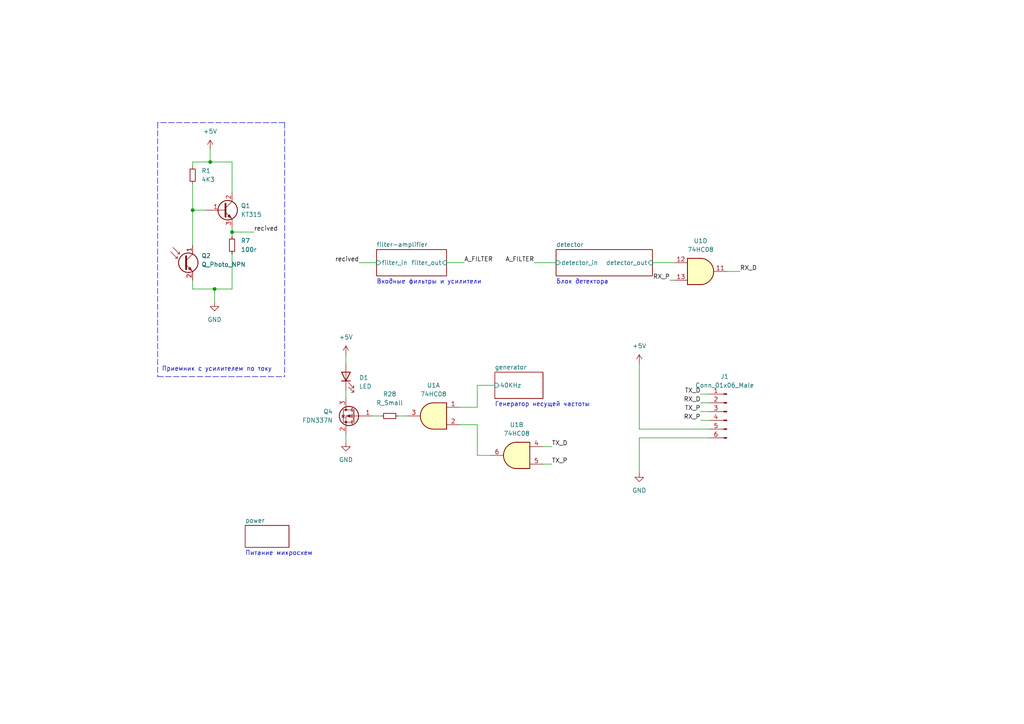
<source format=kicad_sch>
(kicad_sch (version 20211123) (generator eeschema)
  (paper "A4")
  (lib_symbols
    (symbol "Connector:Conn_01x06_Male" (pin_names (offset 1.016) hide)
      (property "Reference" "J" (at 0 7.62 0))
      (property "Value" "Conn_01x06_Male" (at 0 -10.16 0))
      (symbol "Conn_01x06_Male_1_1"
        (polyline (pts (xy 1.27 -7.62) (xy 0.8636 -7.62)) (stroke (width 0.1524)))
        (polyline (pts (xy 1.27 -5.08) (xy 0.8636 -5.08)) (stroke (width 0.1524)))
        (polyline (pts (xy 1.27 -2.54) (xy 0.8636 -2.54)) (stroke (width 0.1524)))
        (polyline (pts (xy 1.27 0) (xy 0.8636 0)) (stroke (width 0.1524)))
        (polyline (pts (xy 1.27 2.54) (xy 0.8636 2.54)) (stroke (width 0.1524)))
        (polyline (pts (xy 1.27 5.08) (xy 0.8636 5.08)) (stroke (width 0.1524)))
        (rectangle (start 0.8636 -7.493) (end 0 -7.747) (stroke (width 0.1524)) (fill (type outline)))
        (rectangle (start 0.8636 -4.953) (end 0 -5.207) (stroke (width 0.1524)) (fill (type outline)))
        (rectangle (start 0.8636 -2.413) (end 0 -2.667) (stroke (width 0.1524)) (fill (type outline)))
        (rectangle (start 0.8636 0.127) (end 0 -0.127) (stroke (width 0.1524)) (fill (type outline)))
        (rectangle (start 0.8636 2.667) (end 0 2.413) (stroke (width 0.1524)) (fill (type outline)))
        (rectangle (start 0.8636 5.207) (end 0 4.953) (stroke (width 0.1524)) (fill (type outline)))
        (pin passive line (at 5.08 5.08 180) (length 3.81) (name "Pin_1") (number "1"))
        (pin passive line (at 5.08 2.54 180) (length 3.81) (name "Pin_2") (number "2"))
        (pin passive line (at 5.08 0 180) (length 3.81) (name "Pin_3") (number "3"))
        (pin passive line (at 5.08 -2.54 180) (length 3.81) (name "Pin_4") (number "4"))
        (pin passive line (at 5.08 -5.08 180) (length 3.81) (name "Pin_5") (number "5"))
        (pin passive line (at 5.08 -7.62 180) (length 3.81) (name "Pin_6") (number "6"))
      )
    )
    (symbol "Device:LED" (pin_numbers hide) (pin_names (offset 1.016) hide)
      (property "Reference" "D" (at 0 2.54 0))
      (property "Value" "LED" (at 0 -2.54 0))
      (symbol "LED_0_1"
        (polyline (pts (xy -1.27 -1.27) (xy -1.27 1.27)) (stroke (width 0.254)))
        (polyline (pts (xy -1.27 0) (xy 1.27 0)))
        (polyline (pts (xy 1.27 -1.27) (xy 1.27 1.27) (xy -1.27 0) (xy 1.27 -1.27)) (stroke (width 0.254)))
        (polyline (pts (xy -3.048 -0.762) (xy -4.572 -2.286) (xy -3.81 -2.286) (xy -4.572 -2.286) (xy -4.572 -1.524)))
        (polyline (pts (xy -1.778 -0.762) (xy -3.302 -2.286) (xy -2.54 -2.286) (xy -3.302 -2.286) (xy -3.302 -1.524)))
      )
      (symbol "LED_1_1"
        (pin passive line (at -3.81 0 0) (length 2.54) (name "K") (number "1"))
        (pin passive line (at 3.81 0 180) (length 2.54) (name "A") (number "2"))
      )
    )
    (symbol "Device:Q_NPN_BCE" (pin_names (offset 0) hide)
      (property "Reference" "Q" (at 5.08 1.27 0))
      (property "Value" "Q_NPN_BCE" (at 5.08 -1.27 0))
      (symbol "Q_NPN_BCE_0_1"
        (polyline (pts (xy 0.635 0.635) (xy 2.54 2.54)))
        (polyline (pts (xy 0.635 -0.635) (xy 2.54 -2.54) (xy 2.54 -2.54)))
        (polyline (pts (xy 0.635 1.905) (xy 0.635 -1.905) (xy 0.635 -1.905)) (stroke (width 0.508)))
        (polyline (pts (xy 1.27 -1.778) (xy 1.778 -1.27) (xy 2.286 -2.286) (xy 1.27 -1.778) (xy 1.27 -1.778)) (fill (type outline)))
        (circle (center 1.27 0) (radius 2.8194) (stroke (width 0.254)))
      )
      (symbol "Q_NPN_BCE_1_1"
        (pin input line (at -5.08 0 0) (length 5.715) (name "B") (number "1"))
        (pin passive line (at 2.54 5.08 270) (length 2.54) (name "C") (number "2"))
        (pin passive line (at 2.54 -5.08 90) (length 2.54) (name "E") (number "3"))
      )
    )
    (symbol "Device:Q_Photo_NPN" (pin_names (offset 0) hide)
      (property "Reference" "Q" (at 5.08 1.27 0))
      (property "Value" "Q_Photo_NPN" (at 5.08 -1.27 0))
      (symbol "Q_Photo_NPN_0_1"
        (polyline (pts (xy -1.905 1.27) (xy -2.54 1.27)))
        (polyline (pts (xy -1.27 2.54) (xy -1.905 2.54)))
        (polyline (pts (xy 0.635 0.635) (xy 2.54 2.54)))
        (polyline (pts (xy -3.81 3.175) (xy -1.905 1.27) (xy -1.905 1.905)))
        (polyline (pts (xy -3.175 4.445) (xy -1.27 2.54) (xy -1.27 3.175)))
        (polyline (pts (xy 0.635 -0.635) (xy 2.54 -2.54) (xy 2.54 -2.54)))
        (polyline (pts (xy 0.635 1.905) (xy 0.635 -1.905) (xy 0.635 -1.905)) (stroke (width 0.508)))
        (polyline (pts (xy 1.27 -1.778) (xy 1.778 -1.27) (xy 2.286 -2.286) (xy 1.27 -1.778) (xy 1.27 -1.778)) (fill (type outline)))
        (circle (center 1.27 0) (radius 2.8194) (stroke (width 0.254)))
      )
      (symbol "Q_Photo_NPN_1_1"
        (pin passive line (at 2.54 5.08 270) (length 2.54) (name "C") (number "1"))
        (pin passive line (at 2.54 -5.08 90) (length 2.54) (name "E") (number "2"))
      )
    )
    (symbol "Device:R_Small" (pin_numbers hide) (pin_names (offset 0.254) hide)
      (property "Reference" "R" (at 0.762 0.508 0))
      (property "Value" "R_Small" (at 0.762 -1.016 0))
      (symbol "R_Small_0_1"
        (rectangle (start -0.762 1.778) (end 0.762 -1.778) (stroke (width 0.2032)))
      )
      (symbol "R_Small_1_1"
        (pin passive line (at 0 2.54 270) (length 0.762) (name "~") (number "1"))
        (pin passive line (at 0 -2.54 90) (length 0.762) (name "~") (number "2"))
      )
    )
    (symbol "custom_elements:74HC08" (pin_names (offset 1.016))
      (property "Reference" "U" (at 1.27 7.62 0))
      (property "Value" "74HC08" (at 0 0 0))
      (symbol "74HC08_1_1"
        (arc (start 0 -3.81) (mid 3.81 0) (end 0 3.81) (stroke (width 0.254)) (fill (type background)))
        (polyline (pts (xy 0 3.81) (xy -3.81 3.81) (xy -3.81 -3.81) (xy 0 -3.81)) (stroke (width 0.254)) (fill (type background)))
        (pin input line (at -7.62 2.54 0) (length 3.81) (name "~") (number "1"))
        (pin input line (at -7.62 -2.54 0) (length 3.81) (name "~") (number "2"))
        (pin output line (at 7.62 0 180) (length 3.81) (name "~") (number "3"))
      )
      (symbol "74HC08_1_2"
        (arc (start -3.81 -3.81) (mid -2.589 0) (end -3.81 3.81) (stroke (width 0.254)))
        (arc (start -0.6096 -3.81) (mid 2.1855 -2.584) (end 3.81 0) (stroke (width 0.254)) (fill (type background)))
        (polyline (pts (xy -3.81 -3.81) (xy -0.635 -3.81)) (stroke (width 0.254)) (fill (type background)))
        (polyline (pts (xy -3.81 3.81) (xy -0.635 3.81)) (stroke (width 0.254)) (fill (type background)))
        (polyline (pts (xy -0.635 3.81) (xy -3.81 3.81) (xy -3.81 3.81) (xy -3.556 3.4036) (xy -3.0226 2.2606) (xy -2.6924 1.0414) (xy -2.6162 -0.254) (xy -2.7686 -1.4986) (xy -3.175 -2.7178) (xy -3.81 -3.81) (xy -3.81 -3.81) (xy -0.635 -3.81)) (stroke (width -25.4)) (fill (type background)))
        (arc (start 3.81 0) (mid 2.1928 2.5925) (end -0.6096 3.81) (stroke (width 0.254)) (fill (type background)))
        (pin input inverted (at -7.62 2.54 0) (length 4.318) (name "~") (number "1"))
        (pin input inverted (at -7.62 -2.54 0) (length 4.318) (name "~") (number "2"))
        (pin output line (at 7.62 0 180) (length 3.81) (name "~") (number "3"))
      )
      (symbol "74HC08_2_1"
        (arc (start 0 -3.81) (mid 3.81 0) (end 0 3.81) (stroke (width 0.254)) (fill (type background)))
        (polyline (pts (xy 0 3.81) (xy -3.81 3.81) (xy -3.81 -3.81) (xy 0 -3.81)) (stroke (width 0.254)) (fill (type background)))
        (pin input line (at -7.62 2.54 0) (length 3.81) (name "~") (number "4"))
        (pin input line (at -7.62 -2.54 0) (length 3.81) (name "~") (number "5"))
        (pin output line (at 7.62 0 180) (length 3.81) (name "~") (number "6"))
      )
      (symbol "74HC08_2_2"
        (arc (start -3.81 -3.81) (mid -2.589 0) (end -3.81 3.81) (stroke (width 0.254)))
        (arc (start -0.6096 -3.81) (mid 2.1855 -2.584) (end 3.81 0) (stroke (width 0.254)) (fill (type background)))
        (polyline (pts (xy -3.81 -3.81) (xy -0.635 -3.81)) (stroke (width 0.254)) (fill (type background)))
        (polyline (pts (xy -3.81 3.81) (xy -0.635 3.81)) (stroke (width 0.254)) (fill (type background)))
        (polyline (pts (xy -0.635 3.81) (xy -3.81 3.81) (xy -3.81 3.81) (xy -3.556 3.4036) (xy -3.0226 2.2606) (xy -2.6924 1.0414) (xy -2.6162 -0.254) (xy -2.7686 -1.4986) (xy -3.175 -2.7178) (xy -3.81 -3.81) (xy -3.81 -3.81) (xy -0.635 -3.81)) (stroke (width -25.4)) (fill (type background)))
        (arc (start 3.81 0) (mid 2.1928 2.5925) (end -0.6096 3.81) (stroke (width 0.254)) (fill (type background)))
        (pin input inverted (at -7.62 2.54 0) (length 4.318) (name "~") (number "4"))
        (pin input inverted (at -7.62 -2.54 0) (length 4.318) (name "~") (number "5"))
        (pin output line (at 7.62 0 180) (length 3.81) (name "~") (number "6"))
      )
      (symbol "74HC08_3_1"
        (arc (start 0 -3.81) (mid 3.81 0) (end 0 3.81) (stroke (width 0.254)) (fill (type background)))
        (polyline (pts (xy 0 3.81) (xy -3.81 3.81) (xy -3.81 -3.81) (xy 0 -3.81)) (stroke (width 0.254)) (fill (type background)))
        (pin input line (at -7.62 -2.54 0) (length 3.81) (name "~") (number "10"))
        (pin output line (at 7.62 0 180) (length 3.81) (name "~") (number "8"))
        (pin input line (at -7.62 2.54 0) (length 3.81) (name "~") (number "9"))
      )
      (symbol "74HC08_3_2"
        (arc (start -3.81 -3.81) (mid -2.589 0) (end -3.81 3.81) (stroke (width 0.254)))
        (arc (start -0.6096 -3.81) (mid 2.1855 -2.584) (end 3.81 0) (stroke (width 0.254)) (fill (type background)))
        (polyline (pts (xy -3.81 -3.81) (xy -0.635 -3.81)) (stroke (width 0.254)) (fill (type background)))
        (polyline (pts (xy -3.81 3.81) (xy -0.635 3.81)) (stroke (width 0.254)) (fill (type background)))
        (polyline (pts (xy -0.635 3.81) (xy -3.81 3.81) (xy -3.81 3.81) (xy -3.556 3.4036) (xy -3.0226 2.2606) (xy -2.6924 1.0414) (xy -2.6162 -0.254) (xy -2.7686 -1.4986) (xy -3.175 -2.7178) (xy -3.81 -3.81) (xy -3.81 -3.81) (xy -0.635 -3.81)) (stroke (width -25.4)) (fill (type background)))
        (arc (start 3.81 0) (mid 2.1928 2.5925) (end -0.6096 3.81) (stroke (width 0.254)) (fill (type background)))
        (pin input inverted (at -7.62 -2.54 0) (length 4.318) (name "~") (number "10"))
        (pin output line (at 7.62 0 180) (length 3.81) (name "~") (number "8"))
        (pin input inverted (at -7.62 2.54 0) (length 4.318) (name "~") (number "9"))
      )
      (symbol "74HC08_4_1"
        (arc (start 0 -3.81) (mid 3.81 0) (end 0 3.81) (stroke (width 0.254)) (fill (type background)))
        (polyline (pts (xy 0 3.81) (xy -3.81 3.81) (xy -3.81 -3.81) (xy 0 -3.81)) (stroke (width 0.254)) (fill (type background)))
        (pin output line (at 7.62 0 180) (length 3.81) (name "~") (number "11"))
        (pin input line (at -7.62 2.54 0) (length 3.81) (name "~") (number "12"))
        (pin input line (at -7.62 -2.54 0) (length 3.81) (name "~") (number "13"))
      )
      (symbol "74HC08_4_2"
        (arc (start -3.81 -3.81) (mid -2.589 0) (end -3.81 3.81) (stroke (width 0.254)))
        (arc (start -0.6096 -3.81) (mid 2.1855 -2.584) (end 3.81 0) (stroke (width 0.254)) (fill (type background)))
        (polyline (pts (xy -3.81 -3.81) (xy -0.635 -3.81)) (stroke (width 0.254)) (fill (type background)))
        (polyline (pts (xy -3.81 3.81) (xy -0.635 3.81)) (stroke (width 0.254)) (fill (type background)))
        (polyline (pts (xy -0.635 3.81) (xy -3.81 3.81) (xy -3.81 3.81) (xy -3.556 3.4036) (xy -3.0226 2.2606) (xy -2.6924 1.0414) (xy -2.6162 -0.254) (xy -2.7686 -1.4986) (xy -3.175 -2.7178) (xy -3.81 -3.81) (xy -3.81 -3.81) (xy -0.635 -3.81)) (stroke (width -25.4)) (fill (type background)))
        (arc (start 3.81 0) (mid 2.1928 2.5925) (end -0.6096 3.81) (stroke (width 0.254)) (fill (type background)))
        (pin output line (at 7.62 0 180) (length 3.81) (name "~") (number "11"))
        (pin input inverted (at -7.62 2.54 0) (length 4.318) (name "~") (number "12"))
        (pin input inverted (at -7.62 -2.54 0) (length 4.318) (name "~") (number "13"))
      )
      (symbol "74HC08_5_0"
        (pin power_in line (at 0 11.43 270) (length 5.08) (name "VCC") (number "14"))
        (pin power_in line (at 0 -11.43 90) (length 5.08) (name "GND") (number "7"))
      )
      (symbol "74HC08_5_1"
        (rectangle (start -5.08 6.35) (end 5.08 -6.35) (stroke (width 0.254)) (fill (type background)))
      )
    )
    (symbol "custom_elements:FDN337N" (pin_names hide)
      (property "Reference" "Q" (at 5.08 1.905 0))
      (property "Value" "FDN337N" (at 5.08 0 0))
      (symbol "FDN337N_0_1"
        (polyline (pts (xy 0.254 0) (xy -2.54 0)))
        (polyline (pts (xy 0.254 1.905) (xy 0.254 -1.905)) (stroke (width 0.254)))
        (polyline (pts (xy 0.762 -1.27) (xy 0.762 -2.286)) (stroke (width 0.254)))
        (polyline (pts (xy 0.762 0.508) (xy 0.762 -0.508)) (stroke (width 0.254)))
        (polyline (pts (xy 0.762 2.286) (xy 0.762 1.27)) (stroke (width 0.254)))
        (polyline (pts (xy 2.54 2.54) (xy 2.54 1.778)))
        (polyline (pts (xy 2.54 -2.54) (xy 2.54 0) (xy 0.762 0)))
        (polyline (pts (xy 0.762 1.778) (xy 3.302 1.778) (xy 3.302 -1.778) (xy 0.762 -1.778)))
        (polyline (pts (xy 2.286 0) (xy 1.27 0.381) (xy 1.27 -0.381) (xy 2.286 0)) (fill (type outline)))
        (polyline (pts (xy 2.794 -0.508) (xy 2.921 -0.381) (xy 3.683 -0.381) (xy 3.81 -0.254)))
        (polyline (pts (xy 3.302 -0.381) (xy 2.921 0.254) (xy 3.683 0.254) (xy 3.302 -0.381)))
        (circle (center 1.651 0) (radius 2.794) (stroke (width 0.254)))
        (circle (center 2.54 -1.778) (radius 0.254) (fill (type outline)))
        (circle (center 2.54 1.778) (radius 0.254) (fill (type outline)))
      )
      (symbol "FDN337N_1_1"
        (pin input line (at -5.08 0 0) (length 2.54) (name "G") (number "1"))
        (pin passive line (at 2.54 -5.08 90) (length 2.54) (name "S") (number "2"))
        (pin passive line (at 2.54 5.08 270) (length 2.54) (name "D") (number "3"))
      )
    )
    (symbol "power:+5V" (power) (pin_names (offset 0))
      (property "Value" "+5V" (at 0 3.556 0))
      (symbol "+5V_0_1"
        (polyline (pts (xy -0.762 1.27) (xy 0 2.54)))
        (polyline (pts (xy 0 0) (xy 0 2.54)))
        (polyline (pts (xy 0 2.54) (xy 0.762 1.27)))
      )
      (symbol "+5V_1_1"
        (pin power_in line (at 0 0 90) (length 0) hide (name "+5V") (number "1"))
      )
    )
    (symbol "power:GND" (power) (pin_names (offset 0))
      (property "Value" "GND" (at 0 -3.81 0))
      (symbol "GND_0_1"
        (polyline (pts (xy 0 0) (xy 0 -1.27) (xy 1.27 -1.27) (xy 0 -2.54) (xy -1.27 -1.27) (xy 0 -1.27)))
      )
      (symbol "GND_1_1"
        (pin power_in line (at 0 0 270) (length 0) hide (name "GND") (number "1"))
      )
    )
  )
  (junction (at 60.96 46.99))
  (junction (at 62.23 83.82))
  (junction (at 55.88 60.96))
  (junction (at 67.31 67.31))
  (wire (pts (xy 59.69 60.96) (xy 55.88 60.96)))
  (polyline (pts (xy 82.55 35.56) (xy 82.55 109.22)))
  (wire (pts (xy 55.88 48.26) (xy 55.88 46.99)))
  (wire (pts (xy 67.31 67.31) (xy 73.66 67.31)))
  (wire (pts (xy 157.48 134.62) (xy 160.02 134.62)))
  (wire (pts (xy 157.48 129.54) (xy 160.02 129.54)))
  (wire (pts (xy 115.57 120.65) (xy 118.11 120.65)))
  (polyline (pts (xy 45.72 109.22) (xy 82.55 109.22)))
  (wire (pts (xy 67.31 66.04) (xy 67.31 67.31)))
  (wire (pts (xy 62.23 83.82) (xy 67.31 83.82)))
  (wire (pts (xy 107.95 120.65) (xy 110.49 120.65)))
  (wire (pts (xy 129.54 76.2) (xy 134.62 76.2)))
  (wire (pts (xy 55.88 46.99) (xy 60.96 46.99)))
  (wire (pts (xy 104.14 76.2) (xy 109.22 76.2)))
  (wire (pts (xy 133.35 123.19) (xy 138.43 123.19)))
  (wire (pts (xy 138.43 123.19) (xy 138.43 132.08)))
  (wire (pts (xy 185.42 127) (xy 205.74 127)))
  (wire (pts (xy 67.31 73.66) (xy 67.31 83.82)))
  (wire (pts (xy 185.42 127) (xy 185.42 137.16)))
  (wire (pts (xy 138.43 132.08) (xy 142.24 132.08)))
  (wire (pts (xy 185.42 105.41) (xy 185.42 124.46)))
  (wire (pts (xy 154.94 76.2) (xy 161.29 76.2)))
  (wire (pts (xy 203.2 121.92) (xy 205.74 121.92)))
  (polyline (pts (xy 82.55 35.56) (xy 45.72 35.56)))
  (wire (pts (xy 203.2 119.38) (xy 205.74 119.38)))
  (wire (pts (xy 205.74 124.46) (xy 185.42 124.46)))
  (wire (pts (xy 203.2 116.84) (xy 205.74 116.84)))
  (wire (pts (xy 67.31 46.99) (xy 67.31 55.88)))
  (wire (pts (xy 100.33 102.87) (xy 100.33 105.41)))
  (polyline (pts (xy 45.72 35.56) (xy 45.72 109.22)))
  (wire (pts (xy 203.2 114.3) (xy 205.74 114.3)))
  (wire (pts (xy 189.23 76.2) (xy 195.58 76.2)))
  (wire (pts (xy 210.82 78.74) (xy 214.63 78.74)))
  (wire (pts (xy 62.23 83.82) (xy 62.23 87.63)))
  (wire (pts (xy 60.96 43.18) (xy 60.96 46.99)))
  (wire (pts (xy 194.31 81.28) (xy 195.58 81.28)))
  (wire (pts (xy 138.43 111.76) (xy 143.51 111.76)))
  (wire (pts (xy 67.31 67.31) (xy 67.31 68.58)))
  (wire (pts (xy 100.33 125.73) (xy 100.33 128.27)))
  (wire (pts (xy 55.88 60.96) (xy 55.88 71.12)))
  (wire (pts (xy 55.88 83.82) (xy 62.23 83.82)))
  (wire (pts (xy 55.88 53.34) (xy 55.88 60.96)))
  (wire (pts (xy 100.33 113.03) (xy 100.33 115.57)))
  (wire (pts (xy 60.96 46.99) (xy 67.31 46.99)))
  (wire (pts (xy 55.88 81.28) (xy 55.88 83.82)))
  (wire (pts (xy 133.35 118.11) (xy 138.43 118.11)))
  (wire (pts (xy 138.43 118.11) (xy 138.43 111.76)))
  (text "Питание микросхем" (at 71.12 161.29 0) (effects (font (size 1.27 1.27)) (justify left bottom)))
  (text "Приемник с усилителем по току" (at 46.9139 107.8598 0) (effects (font (size 1.27 1.27)) (justify left bottom)))
  (text "Генератор несущей частоты" (at 143.51 118.11 0) (effects (font (size 1.27 1.27)) (justify left bottom)))
  (text "Входные фильтры и усилители" (at 109.22 82.55 0) (effects (font (size 1.27 1.27)) (justify left bottom)))
  (text "Блок детектора" (at 161.29 82.55 0) (effects (font (size 1.27 1.27)) (justify left bottom)))
  (label "RX_P" (at 194.31 81.28 180))
  (label "recived" (at 73.66 67.31 0))
  (label "TX_D" (at 203.2 114.3 180))
  (label "TX_D" (at 160.02 129.54 0))
  (label "RX_D" (at 203.2 116.84 180))
  (label "recived" (at 104.14 76.2 180))
  (label "RX_P" (at 203.2 121.92 180))
  (label "TX_P" (at 203.2 119.38 180))
  (label "A_FILTER" (at 154.94 76.2 180))
  (label "A_FILTER" (at 134.62 76.2 0))
  (label "TX_P" (at 160.02 134.62 0))
  (label "RX_D" (at 214.63 78.74 0))
  (symbol (lib_id "power:+5V") (at 60.96 43.18 0) (unit 1)
    (property "Reference" "#PWR01" (effects hide))
    (property "Value" "+5V" (at 60.96 38.1 0))
  )
  (symbol (lib_id "custom_elements:74HC08") (at 149.86 132.08 0) (mirror y) (unit 2)
    (property "Reference" "U1" (at 149.86 123.19 0))
    (property "Value" "74HC08" (at 149.86 125.73 0))
    (property "Footprint" "Package_SO:SO-14_3.9x8.65mm_P1.27mm" (effects hide))
    (property "Datasheet" "http://www.ti.com/lit/gpn/sn74hc00" (effects hide))
  )
  (symbol (lib_id "custom_elements:FDN337N") (at 102.87 120.65 0) (mirror y) (unit 1)
    (property "Reference" "Q4" (at 96.52 119.3799 0) (effects (justify left)))
    (property "Value" "FDN337N" (at 96.52 121.9199 0) (effects (justify left)))
    (property "Footprint" "Package_TO_SOT_SMD:SOT-23" (effects hide))
    (property "Datasheet" "https://www.onsemi.com/pub/Collateral/FDN340P-D.PDF" (effects hide))
  )
  (symbol (lib_id "Connector:Conn_01x06_Male") (at 210.82 119.38 0) (mirror y) (unit 1)
    (property "Reference" "J1" (at 210.185 109.22 0))
    (property "Value" "Conn_01x06_Male" (at 210.185 111.76 0))
    (property "Footprint" "Connector_PinHeader_2.54mm:PinHeader_1x06_P2.54mm_Vertical" (effects hide))
  )
  (symbol (lib_id "power:+5V") (at 185.42 105.41 0) (unit 1)
    (property "Reference" "#PWR02" (effects hide))
    (property "Value" "+5V" (at 185.42 100.33 0))
  )
  (symbol (lib_id "Device:Q_Photo_NPN") (at 53.34 76.2 0) (unit 1)
    (property "Reference" "Q2" (at 58.42 74.1806 0) (effects (justify left)))
    (property "Value" "Q_Photo_NPN" (at 58.42 76.7206 0) (effects (justify left)))
    (property "Footprint" "Connector_PinHeader_2.54mm:PinHeader_1x02_P2.54mm_Vertical" (effects hide))
  )
  (symbol (lib_id "Device:Q_NPN_BCE") (at 64.77 60.96 0) (unit 1)
    (property "Reference" "Q1" (at 69.85 59.6899 0) (effects (justify left)))
    (property "Value" "KT315" (at 69.85 62.2299 0) (effects (justify left)))
    (property "Footprint" "Connector_PinHeader_2.54mm:PinHeader_1x03_P2.54mm_Vertical" (effects hide))
  )
  (symbol (lib_id "power:GND") (at 62.23 87.63 0) (unit 1)
    (property "Reference" "#PWR06" (effects hide))
    (property "Value" "GND" (at 62.23 92.71 0))
  )
  (symbol (lib_id "Device:LED") (at 100.33 109.22 90) (unit 1)
    (property "Reference" "D1" (at 104.14 109.5374 90) (effects (justify right)))
    (property "Value" "LED" (at 104.14 112.0774 90) (effects (justify right)))
    (property "Footprint" "Connector_PinHeader_2.54mm:PinHeader_1x02_P2.54mm_Vertical" (effects hide))
  )
  (symbol (lib_id "power:+5V") (at 100.33 102.87 0) (unit 1)
    (property "Reference" "#PWR024" (effects hide))
    (property "Value" "+5V" (at 100.33 97.79 0))
  )
  (symbol (lib_id "custom_elements:74HC08") (at 203.2 78.74 0) (unit 4)
    (property "Reference" "U1" (at 203.2 69.85 0))
    (property "Value" "74HC08" (at 203.2 72.39 0))
    (property "Footprint" "Package_SO:SO-14_3.9x8.65mm_P1.27mm" (effects hide))
    (property "Datasheet" "http://www.ti.com/lit/gpn/sn74hc00" (effects hide))
  )
  (symbol (lib_id "power:GND") (at 100.33 128.27 0) (unit 1)
    (property "Reference" "#PWR025" (effects hide))
    (property "Value" "GND" (at 100.33 133.35 0))
  )
  (symbol (lib_id "Device:R_Small") (at 67.31 71.12 0) (unit 1)
    (property "Reference" "R7" (at 69.85 69.8499 0) (effects (justify left)))
    (property "Value" "100r" (at 69.85 72.3899 0) (effects (justify left)))
    (property "Footprint" "Resistor_SMD:R_0603_1608Metric" (effects hide))
  )
  (symbol (lib_id "Device:R_Small") (at 113.03 120.65 90) (unit 1)
    (property "Reference" "R28" (at 113.03 114.3 90))
    (property "Value" "R_Small" (at 113.03 116.84 90))
    (property "Footprint" "Resistor_SMD:R_0603_1608Metric" (effects hide))
  )
  (symbol (lib_id "Device:R_Small") (at 55.88 50.8 0) (unit 1)
    (property "Reference" "R1" (at 58.42 49.5299 0) (effects (justify left)))
    (property "Value" "4K3" (at 58.42 52.0699 0) (effects (justify left)))
    (property "Footprint" "Resistor_SMD:R_0603_1608Metric" (effects hide))
  )
  (symbol (lib_id "power:GND") (at 185.42 137.16 0) (unit 1)
    (property "Reference" "#PWR03" (effects hide))
    (property "Value" "GND" (at 185.42 142.24 0))
  )
  (symbol (lib_id "custom_elements:74HC08") (at 125.73 120.65 0) (mirror y) (unit 1)
    (property "Reference" "U1" (at 125.73 111.76 0))
    (property "Value" "74HC08" (at 125.73 114.3 0))
    (property "Footprint" "Package_SO:SO-14_3.9x8.65mm_P1.27mm" (effects hide))
    (property "Datasheet" "http://www.ti.com/lit/gpn/sn74hc00" (effects hide))
  )
  (sheet (at 161.29 72.39) (size 27.94 7.62) (stroke (width 0.1524))
    (property "Sheet name" "detector" (at 161.29 71.6784 0) (effects (justify left bottom)))
    (property "Sheet file" "detector.kicad_sch" (effects hide))
    (pin "detector_in" input (at 161.29 76.2 180))
    (pin "detector_out" input (at 189.23 76.2 0))
  )
  (sheet (at 71.12 152.4) (size 12.7 6.35) (stroke (width 0.1524))
    (property "Sheet name" "power" (at 71.12 151.6884 0) (effects (justify left bottom)))
    (property "Sheet file" "power.kicad_sch" (effects hide))
  )
  (sheet (at 109.22 72.39) (size 20.32 7.62) (stroke (width 0.1524))
    (property "Sheet name" "filter-amplifier" (at 109.22 71.6784 0) (effects (justify left bottom)))
    (property "Sheet file" "filter-amplifier.kicad_sch" (effects hide))
    (pin "filter_in" input (at 109.22 76.2 180))
    (pin "filter_out" input (at 129.54 76.2 0))
  )
  (sheet (at 143.51 107.95) (size 13.97 7.62) (stroke (width 0.1524))
    (property "Sheet name" "generator" (at 143.51 107.2384 0) (effects (justify left bottom)))
    (property "Sheet file" "generator.kicad_sch.kicad_sch" (effects hide))
    (pin "40KHz" input (at 143.51 111.76 180))
  )
)
</source>
